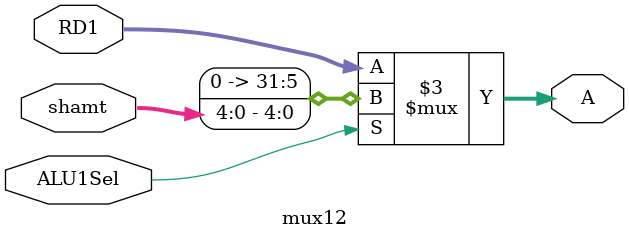
<source format=v>
module mux1(
	RT, RD, MUX1Sel, 
	
	Addr3
	);
	input[4:0] RT, RD;
	input[1:0] MUX1Sel;
	output reg[4:0] Addr3;

	always@(RT, RD, MUX1Sel)
		case(MUX1Sel)
			2'b00:	Addr3 = RT;	//rt
			2'b01:	Addr3 = RD;	//rd
			default:Addr3 = 5'h1f;			//31
		endcase

endmodule

module mux2(
	MUX6Out, CP0Out, MUX2Sel, 
	
	WD
	);
	input[31:0] MUX6Out, CP0Out;
	input MUX2Sel;
	output[31:0] WD;

	assign WD = MUX2Sel ? CP0Out : MUX6Out;

endmodule

module mux3(
	RD2, Imm32, MUX3Sel, 
	
	B
	);
	input[31:0] RD2,Imm32;
	input MUX3Sel;
	output reg[31:0] B;

	always@(RD2, Imm32, MUX3Sel)
		case(MUX3Sel)
			1'b0:	B = RD2;
			default:B = Imm32;
		endcase	

endmodule

module mux4(
	GPR_RS, data_EX, 
	data_MEM1, data_MEM2, MUX4Sel, 
	
	out
	);
	input[31:0] GPR_RS, data_EX, data_MEM1, data_MEM2;
	input[1:0] MUX4Sel;
	output reg[31:0] out;

	always@(GPR_RS, data_EX, data_MEM1, data_MEM2, MUX4Sel)
		case(MUX4Sel)
			2'b00, 2'b10:	out = GPR_RS;
			2'b01:	out = data_EX;
			default:out = data_MEM2;
		endcase

endmodule

module mux5(
	GPR_RT, data_EX, 
	data_MEM1, data_MEM2, MUX5Sel, 
	
	out
	);
	input[31:0] GPR_RT, data_EX, data_MEM1, data_MEM2;
	input[1:0] MUX5Sel;
	output reg[31:0] out;

	always@(GPR_RT, data_EX, data_MEM1, data_MEM2, MUX5Sel)
		case(MUX5Sel)
			2'b00, 2'b10:	out = GPR_RT;
			2'b01:	out = data_EX;
			default:out = data_MEM2;
		endcase

endmodule

module mux6(
	MUX11Out, ALU1Out,  MUX6Sel, 
	
	out
	);
	input[31:0] MUX11Out, ALU1Out;
	input MUX6Sel;
	output[31:0] out;
	
	assign out = MUX6Sel ? ALU1Out : MUX11Out; 

endmodule

module mux7(
	WRSign, MUX7Sel,
	 
	MUX7Out
	);
	input[3:0] WRSign;
	input MUX7Sel;
	output[3:0] MUX7Out;

	assign MUX7Out = MUX7Sel ? 4'b0000 : WRSign;
 
endmodule

module mux8(
	GPR_RS, data_MEM1, data_MEM2, MUX8Sel, WD,
	
	out
	);
	input[31:0] GPR_RS, data_MEM1, data_MEM2, WD;
	input[1:0] MUX8Sel;
	output reg[31:0] out;
	

	always@(GPR_RS, data_MEM1, data_MEM2, MUX8Sel, WD)
		if(MUX8Sel == 2'b00)
			out = GPR_RS;
		else 
			case(MUX8Sel)
				2'b10:	out = data_MEM1;
				2'b11:	out = data_MEM2;
				default: out = WD;
			endcase
endmodule 

module mux9(
	GPR_RT, data_MEM1, data_MEM2, MUX9Sel, WD,
	
	out
	);
	input[31:0] GPR_RT, data_MEM1, data_MEM2, WD;
	input[1:0] MUX9Sel;
	output reg[31:0] out;
	
	always@(GPR_RT, data_MEM1, data_MEM2, MUX9Sel, WD)
		if(MUX9Sel == 2'b00)
			out = GPR_RT;
		else 
			case(MUX9Sel)
				2'b10:	out = data_MEM1;
				2'b11:	out = data_MEM2;
				default: out = WD;
			endcase

endmodule 

module mux10(WB_MUX2Out, WB_DMOut, WB_MUX10Sel, MUX10Out);
	input[31:0] WB_MUX2Out;
	input[31:0] WB_DMOut;
	input WB_MUX10Sel;
	output[31:0] MUX10Out;

	assign MUX10Out = WB_MUX10Sel ? WB_DMOut : WB_MUX2Out;
endmodule

module mux11(Imm32, PC, RHLOut, EX_MUX11Sel, MUX11Out);
	input[31:0] Imm32;
	input[31:0] PC;
	input[31:0] RHLOut;
	input[2:0] EX_MUX11Sel;

	output reg[31:0] MUX11Out;

	always@(EX_MUX11Sel, RHLOut, Imm32, PC)
		case(EX_MUX11Sel)
			3'b000:	MUX11Out = RHLOut;
			3'b001:	MUX11Out = Imm32;
			default:MUX11Out = PC + 8;
		endcase
	/*	MUX11Sel:
		3'b000:	RHLOut
		3'b001:	Imm32
		3'b010:	ALU1Out
		3'b011:	PC+8
		3'b100:	DMOut
		3'b101:	CP0Out
	*/
endmodule

module mux12(
	RD1, shamt, ALU1Sel, 
	
	A
	);
	input[31:0] RD1;
	input[4:0] shamt;
	input ALU1Sel;
	output reg[31:0] A;

	always@(RD1, shamt, ALU1Sel)
		case(ALU1Sel)
			1'b0:	A = RD1;
			default:A = {27'd0, shamt};
		endcase	

endmodule
</source>
